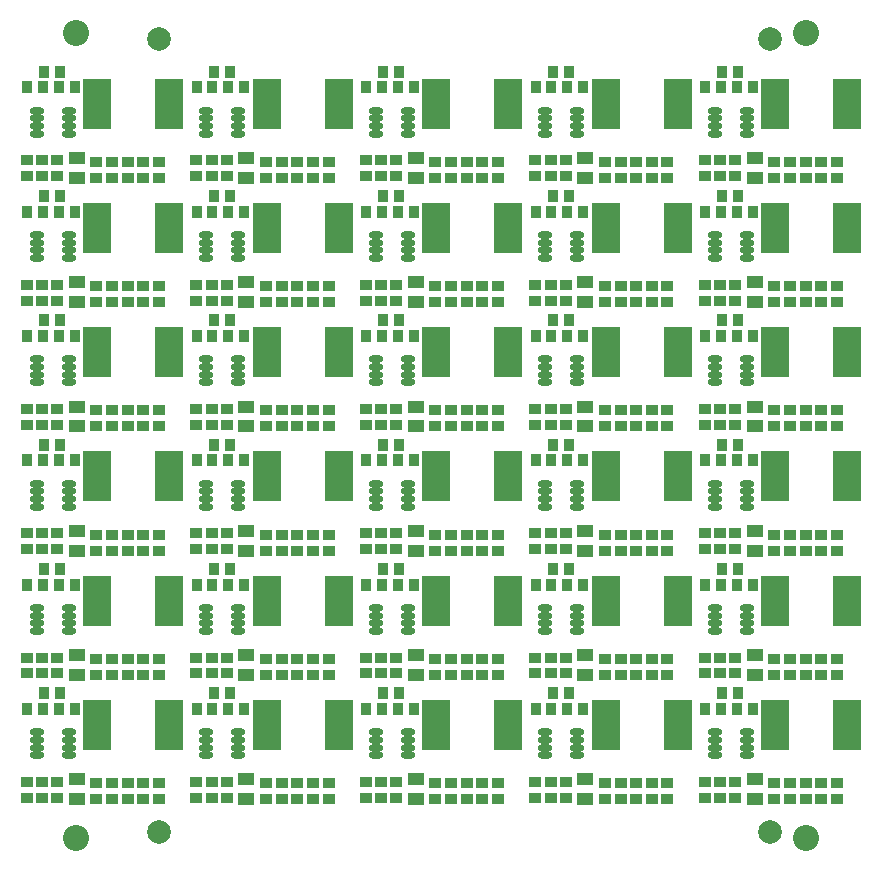
<source format=gts>
G04*
G04 #@! TF.GenerationSoftware,Altium Limited,Altium Designer,23.5.1 (21)*
G04*
G04 Layer_Color=8388736*
%FSTAX25Y25*%
%MOIN*%
G70*
G04*
G04 #@! TF.SameCoordinates,755BC27C-C67A-4D62-9883-C884FE973DC9*
G04*
G04*
G04 #@! TF.FilePolarity,Negative*
G04*
G01*
G75*
%ADD45C,0.07874*%
%ADD46O,0.04737X0.02375*%
%ADD47R,0.05800X0.04300*%
%ADD48R,0.09461X0.16548*%
%ADD49R,0.03950X0.03753*%
%ADD50R,0.03753X0.03950*%
%ADD51C,0.08674*%
D45*
X0250985Y0276173D02*
D03*
X0047244D02*
D03*
X0250985Y0011811D02*
D03*
X0047244D02*
D03*
D46*
X0006536Y0045149D02*
D03*
Y004259D02*
D03*
Y0040031D02*
D03*
Y0037471D02*
D03*
X0017165Y0045149D02*
D03*
Y004259D02*
D03*
Y0040031D02*
D03*
Y0037471D02*
D03*
X0063032Y0045149D02*
D03*
Y004259D02*
D03*
Y0040031D02*
D03*
Y0037471D02*
D03*
X0073662Y0045149D02*
D03*
Y004259D02*
D03*
Y0040031D02*
D03*
Y0037471D02*
D03*
X0119528Y0045149D02*
D03*
Y004259D02*
D03*
Y0040031D02*
D03*
Y0037471D02*
D03*
X0130158Y0045149D02*
D03*
Y004259D02*
D03*
Y0040031D02*
D03*
Y0037471D02*
D03*
X0176024Y0045149D02*
D03*
Y004259D02*
D03*
Y0040031D02*
D03*
Y0037471D02*
D03*
X0186654Y0045149D02*
D03*
Y004259D02*
D03*
Y0040031D02*
D03*
Y0037471D02*
D03*
X023252Y0045149D02*
D03*
Y004259D02*
D03*
Y0040031D02*
D03*
Y0037471D02*
D03*
X024315Y0045149D02*
D03*
Y004259D02*
D03*
Y0040031D02*
D03*
Y0037471D02*
D03*
X0006536Y0086584D02*
D03*
Y0084025D02*
D03*
Y0081466D02*
D03*
Y0078907D02*
D03*
X0017165Y0086584D02*
D03*
Y0084025D02*
D03*
Y0081466D02*
D03*
Y0078907D02*
D03*
X0063032Y0086584D02*
D03*
Y0084025D02*
D03*
Y0081466D02*
D03*
Y0078907D02*
D03*
X0073662Y0086584D02*
D03*
Y0084025D02*
D03*
Y0081466D02*
D03*
Y0078907D02*
D03*
X0119528Y0086584D02*
D03*
Y0084025D02*
D03*
Y0081466D02*
D03*
Y0078907D02*
D03*
X0130158Y0086584D02*
D03*
Y0084025D02*
D03*
Y0081466D02*
D03*
Y0078907D02*
D03*
X0176024Y0086584D02*
D03*
Y0084025D02*
D03*
Y0081466D02*
D03*
Y0078907D02*
D03*
X0186654Y0086584D02*
D03*
Y0084025D02*
D03*
Y0081466D02*
D03*
Y0078907D02*
D03*
X023252Y0086584D02*
D03*
Y0084025D02*
D03*
Y0081466D02*
D03*
Y0078907D02*
D03*
X024315Y0086584D02*
D03*
Y0084025D02*
D03*
Y0081466D02*
D03*
Y0078907D02*
D03*
X0006536Y012802D02*
D03*
Y0125461D02*
D03*
Y0122902D02*
D03*
Y0120343D02*
D03*
X0017165Y012802D02*
D03*
Y0125461D02*
D03*
Y0122902D02*
D03*
Y0120343D02*
D03*
X0063032Y012802D02*
D03*
Y0125461D02*
D03*
Y0122902D02*
D03*
Y0120343D02*
D03*
X0073662Y012802D02*
D03*
Y0125461D02*
D03*
Y0122902D02*
D03*
Y0120343D02*
D03*
X0119528Y012802D02*
D03*
Y0125461D02*
D03*
Y0122902D02*
D03*
Y0120343D02*
D03*
X0130158Y012802D02*
D03*
Y0125461D02*
D03*
Y0122902D02*
D03*
Y0120343D02*
D03*
X0176024Y012802D02*
D03*
Y0125461D02*
D03*
Y0122902D02*
D03*
Y0120343D02*
D03*
X0186654Y012802D02*
D03*
Y0125461D02*
D03*
Y0122902D02*
D03*
Y0120343D02*
D03*
X023252Y012802D02*
D03*
Y0125461D02*
D03*
Y0122902D02*
D03*
Y0120343D02*
D03*
X024315Y012802D02*
D03*
Y0125461D02*
D03*
Y0122902D02*
D03*
Y0120343D02*
D03*
X0006536Y0169456D02*
D03*
Y0166897D02*
D03*
Y0164338D02*
D03*
Y0161779D02*
D03*
X0017165Y0169456D02*
D03*
Y0166897D02*
D03*
Y0164338D02*
D03*
Y0161779D02*
D03*
X0063032Y0169456D02*
D03*
Y0166897D02*
D03*
Y0164338D02*
D03*
Y0161779D02*
D03*
X0073662Y0169456D02*
D03*
Y0166897D02*
D03*
Y0164338D02*
D03*
Y0161779D02*
D03*
X0119528Y0169456D02*
D03*
Y0166897D02*
D03*
Y0164338D02*
D03*
Y0161779D02*
D03*
X0130158Y0169456D02*
D03*
Y0166897D02*
D03*
Y0164338D02*
D03*
Y0161779D02*
D03*
X0176024Y0169456D02*
D03*
Y0166897D02*
D03*
Y0164338D02*
D03*
Y0161779D02*
D03*
X0186654Y0169456D02*
D03*
Y0166897D02*
D03*
Y0164338D02*
D03*
Y0161779D02*
D03*
X023252Y0169456D02*
D03*
Y0166897D02*
D03*
Y0164338D02*
D03*
Y0161779D02*
D03*
X024315Y0169456D02*
D03*
Y0166897D02*
D03*
Y0164338D02*
D03*
Y0161779D02*
D03*
X0006536Y0210892D02*
D03*
Y0208332D02*
D03*
Y0205773D02*
D03*
Y0203214D02*
D03*
X0017165Y0210892D02*
D03*
Y0208332D02*
D03*
Y0205773D02*
D03*
Y0203214D02*
D03*
X0063032Y0210892D02*
D03*
Y0208332D02*
D03*
Y0205773D02*
D03*
Y0203214D02*
D03*
X0073662Y0210892D02*
D03*
Y0208332D02*
D03*
Y0205773D02*
D03*
Y0203214D02*
D03*
X0119528Y0210892D02*
D03*
Y0208332D02*
D03*
Y0205773D02*
D03*
Y0203214D02*
D03*
X0130158Y0210892D02*
D03*
Y0208332D02*
D03*
Y0205773D02*
D03*
Y0203214D02*
D03*
X0176024Y0210892D02*
D03*
Y0208332D02*
D03*
Y0205773D02*
D03*
Y0203214D02*
D03*
X0186654Y0210892D02*
D03*
Y0208332D02*
D03*
Y0205773D02*
D03*
Y0203214D02*
D03*
X023252Y0210892D02*
D03*
Y0208332D02*
D03*
Y0205773D02*
D03*
Y0203214D02*
D03*
X024315Y0210892D02*
D03*
Y0208332D02*
D03*
Y0205773D02*
D03*
Y0203214D02*
D03*
X0006536Y0252327D02*
D03*
Y0249768D02*
D03*
Y0247209D02*
D03*
Y024465D02*
D03*
X0017165Y0252327D02*
D03*
Y0249768D02*
D03*
Y0247209D02*
D03*
Y024465D02*
D03*
X0063032Y0252327D02*
D03*
Y0249768D02*
D03*
Y0247209D02*
D03*
Y024465D02*
D03*
X0073662Y0252327D02*
D03*
Y0249768D02*
D03*
Y0247209D02*
D03*
Y024465D02*
D03*
X0119528Y0252327D02*
D03*
Y0249768D02*
D03*
Y0247209D02*
D03*
Y024465D02*
D03*
X0130158Y0252327D02*
D03*
Y0249768D02*
D03*
Y0247209D02*
D03*
Y024465D02*
D03*
X0176024Y0252327D02*
D03*
Y0249768D02*
D03*
Y0247209D02*
D03*
Y024465D02*
D03*
X0186654Y0252327D02*
D03*
Y0249768D02*
D03*
Y0247209D02*
D03*
Y024465D02*
D03*
X023252Y0252327D02*
D03*
Y0249768D02*
D03*
Y0247209D02*
D03*
Y024465D02*
D03*
X024315Y0252327D02*
D03*
Y0249768D02*
D03*
Y0247209D02*
D03*
Y024465D02*
D03*
D47*
X0019882Y0022794D02*
D03*
Y0029432D02*
D03*
X0076378Y0022794D02*
D03*
Y0029432D02*
D03*
X0132874Y0022794D02*
D03*
Y0029432D02*
D03*
X018937Y0022794D02*
D03*
Y0029432D02*
D03*
X0245866Y0022794D02*
D03*
Y0029432D02*
D03*
X0019882Y006423D02*
D03*
Y0070868D02*
D03*
X0076378Y006423D02*
D03*
Y0070868D02*
D03*
X0132874Y006423D02*
D03*
Y0070868D02*
D03*
X018937Y006423D02*
D03*
Y0070868D02*
D03*
X0245866Y006423D02*
D03*
Y0070868D02*
D03*
X0019882Y0105666D02*
D03*
Y0112303D02*
D03*
X0076378Y0105666D02*
D03*
Y0112303D02*
D03*
X0132874Y0105666D02*
D03*
Y0112303D02*
D03*
X018937Y0105666D02*
D03*
Y0112303D02*
D03*
X0245866Y0105666D02*
D03*
Y0112303D02*
D03*
X0019882Y0147101D02*
D03*
Y0153739D02*
D03*
X0076378Y0147101D02*
D03*
Y0153739D02*
D03*
X0132874Y0147101D02*
D03*
Y0153739D02*
D03*
X018937Y0147101D02*
D03*
Y0153739D02*
D03*
X0245866Y0147101D02*
D03*
Y0153739D02*
D03*
X0019882Y0188537D02*
D03*
Y0195175D02*
D03*
X0076378Y0188537D02*
D03*
Y0195175D02*
D03*
X0132874Y0188537D02*
D03*
Y0195175D02*
D03*
X018937Y0188537D02*
D03*
Y0195175D02*
D03*
X0245866Y0188537D02*
D03*
Y0195175D02*
D03*
X0019882Y0229973D02*
D03*
Y0236611D02*
D03*
X0076378Y0229973D02*
D03*
Y0236611D02*
D03*
X0132874Y0229973D02*
D03*
Y0236611D02*
D03*
X018937Y0229973D02*
D03*
Y0236611D02*
D03*
X0245866Y0229973D02*
D03*
Y0236611D02*
D03*
D48*
X0026673Y004755D02*
D03*
X0050687D02*
D03*
X0083169D02*
D03*
X0107183D02*
D03*
X0139666D02*
D03*
X0163679D02*
D03*
X0196162D02*
D03*
X0220175D02*
D03*
X0252658D02*
D03*
X0276671D02*
D03*
X0026673Y0088986D02*
D03*
X0050687D02*
D03*
X0083169D02*
D03*
X0107183D02*
D03*
X0139666D02*
D03*
X0163679D02*
D03*
X0196162D02*
D03*
X0220175D02*
D03*
X0252658D02*
D03*
X0276671D02*
D03*
X0026673Y0130422D02*
D03*
X0050687D02*
D03*
X0083169D02*
D03*
X0107183D02*
D03*
X0139666D02*
D03*
X0163679D02*
D03*
X0196162D02*
D03*
X0220175D02*
D03*
X0252658D02*
D03*
X0276671D02*
D03*
X0026673Y0171857D02*
D03*
X0050687D02*
D03*
X0083169D02*
D03*
X0107183D02*
D03*
X0139666D02*
D03*
X0163679D02*
D03*
X0196162D02*
D03*
X0220175D02*
D03*
X0252658D02*
D03*
X0276671D02*
D03*
X0026673Y0213293D02*
D03*
X0050687D02*
D03*
X0083169D02*
D03*
X0107183D02*
D03*
X0139666D02*
D03*
X0163679D02*
D03*
X0196162D02*
D03*
X0220175D02*
D03*
X0252658D02*
D03*
X0276671D02*
D03*
X0026673Y0254729D02*
D03*
X0050687D02*
D03*
X0083169D02*
D03*
X0107183D02*
D03*
X0139666D02*
D03*
X0163679D02*
D03*
X0196162D02*
D03*
X0220175D02*
D03*
X0252658D02*
D03*
X0276671D02*
D03*
D49*
X0041978Y002816D02*
D03*
X0041978Y0022845D02*
D03*
X0008268Y0023313D02*
D03*
X0008268Y0028628D02*
D03*
X0031674Y0022794D02*
D03*
X0031674Y0028109D02*
D03*
X0013287Y0023313D02*
D03*
X0013287Y0028628D02*
D03*
X0036792Y0022794D02*
D03*
X0036792Y0028109D02*
D03*
X0047244Y0022845D02*
D03*
X0047244Y002816D02*
D03*
X0026319Y0022794D02*
D03*
X0026319Y0028109D02*
D03*
X0003217Y0028628D02*
D03*
X0003217Y0023313D02*
D03*
X0098475Y002816D02*
D03*
X0098475Y0022845D02*
D03*
X0064764Y0023313D02*
D03*
X0064764Y0028628D02*
D03*
X008817Y0022794D02*
D03*
X008817Y0028109D02*
D03*
X0069784Y0023313D02*
D03*
X0069784Y0028628D02*
D03*
X0093288Y0022794D02*
D03*
X0093288Y0028109D02*
D03*
X010374Y0022845D02*
D03*
X010374Y002816D02*
D03*
X0082815Y0022794D02*
D03*
X0082815Y0028109D02*
D03*
X0059714Y0028628D02*
D03*
X0059714Y0023313D02*
D03*
X0154971Y002816D02*
D03*
X0154971Y0022845D02*
D03*
X012126Y0023313D02*
D03*
X012126Y0028628D02*
D03*
X0144666Y0022794D02*
D03*
X0144666Y0028109D02*
D03*
X012628Y0023313D02*
D03*
X012628Y0028628D02*
D03*
X0149784Y0022794D02*
D03*
X0149784Y0028109D02*
D03*
X0160237Y0022845D02*
D03*
X0160237Y002816D02*
D03*
X0139311Y0022794D02*
D03*
X0139311Y0028109D02*
D03*
X011621Y0028628D02*
D03*
X011621Y0023313D02*
D03*
X0211467Y002816D02*
D03*
X0211467Y0022845D02*
D03*
X0177756Y0023313D02*
D03*
X0177756Y0028628D02*
D03*
X0201162Y0022794D02*
D03*
X0201162Y0028109D02*
D03*
X0182776Y0023313D02*
D03*
X0182776Y0028628D02*
D03*
X0206281Y0022794D02*
D03*
X0206281Y0028109D02*
D03*
X0216733Y0022845D02*
D03*
X0216733Y002816D02*
D03*
X0195807Y0022794D02*
D03*
X0195807Y0028109D02*
D03*
X0172706Y0028628D02*
D03*
X0172706Y0023313D02*
D03*
X0267963Y002816D02*
D03*
X0267963Y0022845D02*
D03*
X0234252Y0023313D02*
D03*
X0234252Y0028628D02*
D03*
X0257659Y0022794D02*
D03*
X0257659Y0028109D02*
D03*
X0239272Y0023313D02*
D03*
X0239272Y0028628D02*
D03*
X0262777Y0022794D02*
D03*
X0262777Y0028109D02*
D03*
X0273229Y0022845D02*
D03*
X0273229Y002816D02*
D03*
X0252304Y0022794D02*
D03*
X0252304Y0028109D02*
D03*
X0229202Y0028628D02*
D03*
X0229202Y0023313D02*
D03*
X0041978Y0069596D02*
D03*
X0041978Y0064281D02*
D03*
X0008268Y0064749D02*
D03*
X0008268Y0070064D02*
D03*
X0031674Y006423D02*
D03*
X0031674Y0069545D02*
D03*
X0013287Y0064749D02*
D03*
X0013287Y0070064D02*
D03*
X0036792Y006423D02*
D03*
X0036792Y0069545D02*
D03*
X0047244Y0064281D02*
D03*
X0047244Y0069596D02*
D03*
X0026319Y006423D02*
D03*
X0026319Y0069545D02*
D03*
X0003217Y0070064D02*
D03*
X0003217Y0064749D02*
D03*
X0098475Y0069596D02*
D03*
X0098475Y0064281D02*
D03*
X0064764Y0064749D02*
D03*
X0064764Y0070064D02*
D03*
X008817Y006423D02*
D03*
X008817Y0069545D02*
D03*
X0069784Y0064749D02*
D03*
X0069784Y0070064D02*
D03*
X0093288Y006423D02*
D03*
X0093288Y0069545D02*
D03*
X010374Y0064281D02*
D03*
X010374Y0069596D02*
D03*
X0082815Y006423D02*
D03*
X0082815Y0069545D02*
D03*
X0059714Y0070064D02*
D03*
X0059714Y0064749D02*
D03*
X0154971Y0069596D02*
D03*
X0154971Y0064281D02*
D03*
X012126Y0064749D02*
D03*
X012126Y0070064D02*
D03*
X0144666Y006423D02*
D03*
X0144666Y0069545D02*
D03*
X012628Y0064749D02*
D03*
X012628Y0070064D02*
D03*
X0149784Y006423D02*
D03*
X0149784Y0069545D02*
D03*
X0160237Y0064281D02*
D03*
X0160237Y0069596D02*
D03*
X0139311Y006423D02*
D03*
X0139311Y0069545D02*
D03*
X011621Y0070064D02*
D03*
X011621Y0064749D02*
D03*
X0211467Y0069596D02*
D03*
X0211467Y0064281D02*
D03*
X0177756Y0064749D02*
D03*
X0177756Y0070064D02*
D03*
X0201162Y006423D02*
D03*
X0201162Y0069545D02*
D03*
X0182776Y0064749D02*
D03*
X0182776Y0070064D02*
D03*
X0206281Y006423D02*
D03*
X0206281Y0069545D02*
D03*
X0216733Y0064281D02*
D03*
X0216733Y0069596D02*
D03*
X0195807Y006423D02*
D03*
X0195807Y0069545D02*
D03*
X0172706Y0070064D02*
D03*
X0172706Y0064749D02*
D03*
X0267963Y0069596D02*
D03*
X0267963Y0064281D02*
D03*
X0234252Y0064749D02*
D03*
X0234252Y0070064D02*
D03*
X0257659Y006423D02*
D03*
X0257659Y0069545D02*
D03*
X0239272Y0064749D02*
D03*
X0239272Y0070064D02*
D03*
X0262777Y006423D02*
D03*
X0262777Y0069545D02*
D03*
X0273229Y0064281D02*
D03*
X0273229Y0069596D02*
D03*
X0252304Y006423D02*
D03*
X0252304Y0069545D02*
D03*
X0229202Y0070064D02*
D03*
X0229202Y0064749D02*
D03*
X0041978Y0111032D02*
D03*
X0041978Y0105717D02*
D03*
X0008268Y0106185D02*
D03*
X0008268Y01115D02*
D03*
X0031674Y0105666D02*
D03*
X0031674Y0110981D02*
D03*
X0013287Y0106185D02*
D03*
X0013287Y01115D02*
D03*
X0036792Y0105666D02*
D03*
X0036792Y0110981D02*
D03*
X0047244Y0105717D02*
D03*
X0047244Y0111032D02*
D03*
X0026319Y0105666D02*
D03*
X0026319Y0110981D02*
D03*
X0003217Y01115D02*
D03*
X0003217Y0106185D02*
D03*
X0098475Y0111032D02*
D03*
X0098475Y0105717D02*
D03*
X0064764Y0106185D02*
D03*
X0064764Y01115D02*
D03*
X008817Y0105666D02*
D03*
X008817Y0110981D02*
D03*
X0069784Y0106185D02*
D03*
X0069784Y01115D02*
D03*
X0093288Y0105666D02*
D03*
X0093288Y0110981D02*
D03*
X010374Y0105717D02*
D03*
X010374Y0111032D02*
D03*
X0082815Y0105666D02*
D03*
X0082815Y0110981D02*
D03*
X0059714Y01115D02*
D03*
X0059714Y0106185D02*
D03*
X0154971Y0111032D02*
D03*
X0154971Y0105717D02*
D03*
X012126Y0106185D02*
D03*
X012126Y01115D02*
D03*
X0144666Y0105666D02*
D03*
X0144666Y0110981D02*
D03*
X012628Y0106185D02*
D03*
X012628Y01115D02*
D03*
X0149784Y0105666D02*
D03*
X0149784Y0110981D02*
D03*
X0160237Y0105717D02*
D03*
X0160237Y0111032D02*
D03*
X0139311Y0105666D02*
D03*
X0139311Y0110981D02*
D03*
X011621Y01115D02*
D03*
X011621Y0106185D02*
D03*
X0211467Y0111032D02*
D03*
X0211467Y0105717D02*
D03*
X0177756Y0106185D02*
D03*
X0177756Y01115D02*
D03*
X0201162Y0105666D02*
D03*
X0201162Y0110981D02*
D03*
X0182776Y0106185D02*
D03*
X0182776Y01115D02*
D03*
X0206281Y0105666D02*
D03*
X0206281Y0110981D02*
D03*
X0216733Y0105717D02*
D03*
X0216733Y0111032D02*
D03*
X0195807Y0105666D02*
D03*
X0195807Y0110981D02*
D03*
X0172706Y01115D02*
D03*
X0172706Y0106185D02*
D03*
X0267963Y0111032D02*
D03*
X0267963Y0105717D02*
D03*
X0234252Y0106185D02*
D03*
X0234252Y01115D02*
D03*
X0257659Y0105666D02*
D03*
X0257659Y0110981D02*
D03*
X0239272Y0106185D02*
D03*
X0239272Y01115D02*
D03*
X0262777Y0105666D02*
D03*
X0262777Y0110981D02*
D03*
X0273229Y0105717D02*
D03*
X0273229Y0111032D02*
D03*
X0252304Y0105666D02*
D03*
X0252304Y0110981D02*
D03*
X0229202Y01115D02*
D03*
X0229202Y0106185D02*
D03*
X0041978Y0152468D02*
D03*
X0041978Y0147152D02*
D03*
X0008268Y0147621D02*
D03*
X0008268Y0152936D02*
D03*
X0031674Y0147101D02*
D03*
X0031674Y0152416D02*
D03*
X0013287Y0147621D02*
D03*
X0013287Y0152936D02*
D03*
X0036792Y0147101D02*
D03*
X0036792Y0152416D02*
D03*
X0047244Y0147152D02*
D03*
X0047244Y0152468D02*
D03*
X0026319Y0147101D02*
D03*
X0026319Y0152416D02*
D03*
X0003217Y0152936D02*
D03*
X0003217Y0147621D02*
D03*
X0098475Y0152468D02*
D03*
X0098475Y0147152D02*
D03*
X0064764Y0147621D02*
D03*
X0064764Y0152936D02*
D03*
X008817Y0147101D02*
D03*
X008817Y0152416D02*
D03*
X0069784Y0147621D02*
D03*
X0069784Y0152936D02*
D03*
X0093288Y0147101D02*
D03*
X0093288Y0152416D02*
D03*
X010374Y0147152D02*
D03*
X010374Y0152468D02*
D03*
X0082815Y0147101D02*
D03*
X0082815Y0152416D02*
D03*
X0059714Y0152936D02*
D03*
X0059714Y0147621D02*
D03*
X0154971Y0152468D02*
D03*
X0154971Y0147152D02*
D03*
X012126Y0147621D02*
D03*
X012126Y0152936D02*
D03*
X0144666Y0147101D02*
D03*
X0144666Y0152416D02*
D03*
X012628Y0147621D02*
D03*
X012628Y0152936D02*
D03*
X0149784Y0147101D02*
D03*
X0149784Y0152416D02*
D03*
X0160237Y0147152D02*
D03*
X0160237Y0152468D02*
D03*
X0139311Y0147101D02*
D03*
X0139311Y0152416D02*
D03*
X011621Y0152936D02*
D03*
X011621Y0147621D02*
D03*
X0211467Y0152468D02*
D03*
X0211467Y0147152D02*
D03*
X0177756Y0147621D02*
D03*
X0177756Y0152936D02*
D03*
X0201162Y0147101D02*
D03*
X0201162Y0152416D02*
D03*
X0182776Y0147621D02*
D03*
X0182776Y0152936D02*
D03*
X0206281Y0147101D02*
D03*
X0206281Y0152416D02*
D03*
X0216733Y0147152D02*
D03*
X0216733Y0152468D02*
D03*
X0195807Y0147101D02*
D03*
X0195807Y0152416D02*
D03*
X0172706Y0152936D02*
D03*
X0172706Y0147621D02*
D03*
X0267963Y0152468D02*
D03*
X0267963Y0147152D02*
D03*
X0234252Y0147621D02*
D03*
X0234252Y0152936D02*
D03*
X0257659Y0147101D02*
D03*
X0257659Y0152416D02*
D03*
X0239272Y0147621D02*
D03*
X0239272Y0152936D02*
D03*
X0262777Y0147101D02*
D03*
X0262777Y0152416D02*
D03*
X0273229Y0147152D02*
D03*
X0273229Y0152468D02*
D03*
X0252304Y0147101D02*
D03*
X0252304Y0152416D02*
D03*
X0229202Y0152936D02*
D03*
X0229202Y0147621D02*
D03*
X0041978Y0193903D02*
D03*
X0041978Y0188588D02*
D03*
X0008268Y0189056D02*
D03*
X0008268Y0194371D02*
D03*
X0031674Y0188537D02*
D03*
X0031674Y0193852D02*
D03*
X0013287Y0189056D02*
D03*
X0013287Y0194371D02*
D03*
X0036792Y0188537D02*
D03*
X0036792Y0193852D02*
D03*
X0047244Y0188588D02*
D03*
X0047244Y0193903D02*
D03*
X0026319Y0188537D02*
D03*
X0026319Y0193852D02*
D03*
X0003217Y0194371D02*
D03*
X0003217Y0189056D02*
D03*
X0098475Y0193903D02*
D03*
X0098475Y0188588D02*
D03*
X0064764Y0189056D02*
D03*
X0064764Y0194371D02*
D03*
X008817Y0188537D02*
D03*
X008817Y0193852D02*
D03*
X0069784Y0189056D02*
D03*
X0069784Y0194371D02*
D03*
X0093288Y0188537D02*
D03*
X0093288Y0193852D02*
D03*
X010374Y0188588D02*
D03*
X010374Y0193903D02*
D03*
X0082815Y0188537D02*
D03*
X0082815Y0193852D02*
D03*
X0059714Y0194371D02*
D03*
X0059714Y0189056D02*
D03*
X0154971Y0193903D02*
D03*
X0154971Y0188588D02*
D03*
X012126Y0189056D02*
D03*
X012126Y0194371D02*
D03*
X0144666Y0188537D02*
D03*
X0144666Y0193852D02*
D03*
X012628Y0189056D02*
D03*
X012628Y0194371D02*
D03*
X0149784Y0188537D02*
D03*
X0149784Y0193852D02*
D03*
X0160237Y0188588D02*
D03*
X0160237Y0193903D02*
D03*
X0139311Y0188537D02*
D03*
X0139311Y0193852D02*
D03*
X011621Y0194371D02*
D03*
X011621Y0189056D02*
D03*
X0211467Y0193903D02*
D03*
X0211467Y0188588D02*
D03*
X0177756Y0189056D02*
D03*
X0177756Y0194371D02*
D03*
X0201162Y0188537D02*
D03*
X0201162Y0193852D02*
D03*
X0182776Y0189056D02*
D03*
X0182776Y0194371D02*
D03*
X0206281Y0188537D02*
D03*
X0206281Y0193852D02*
D03*
X0216733Y0188588D02*
D03*
X0216733Y0193903D02*
D03*
X0195807Y0188537D02*
D03*
X0195807Y0193852D02*
D03*
X0172706Y0194371D02*
D03*
X0172706Y0189056D02*
D03*
X0267963Y0193903D02*
D03*
X0267963Y0188588D02*
D03*
X0234252Y0189056D02*
D03*
X0234252Y0194371D02*
D03*
X0257659Y0188537D02*
D03*
X0257659Y0193852D02*
D03*
X0239272Y0189056D02*
D03*
X0239272Y0194371D02*
D03*
X0262777Y0188537D02*
D03*
X0262777Y0193852D02*
D03*
X0273229Y0188588D02*
D03*
X0273229Y0193903D02*
D03*
X0252304Y0188537D02*
D03*
X0252304Y0193852D02*
D03*
X0229202Y0194371D02*
D03*
X0229202Y0189056D02*
D03*
X0041978Y0235339D02*
D03*
X0041978Y0230024D02*
D03*
X0008268Y0230492D02*
D03*
X0008268Y0235807D02*
D03*
X0031674Y0229973D02*
D03*
X0031674Y0235288D02*
D03*
X0013287Y0230492D02*
D03*
X0013287Y0235807D02*
D03*
X0036792Y0229973D02*
D03*
X0036792Y0235288D02*
D03*
X0047244Y0230024D02*
D03*
X0047244Y0235339D02*
D03*
X0026319Y0229973D02*
D03*
X0026319Y0235288D02*
D03*
X0003217Y0235807D02*
D03*
X0003217Y0230492D02*
D03*
X0098475Y0235339D02*
D03*
X0098475Y0230024D02*
D03*
X0064764Y0230492D02*
D03*
X0064764Y0235807D02*
D03*
X008817Y0229973D02*
D03*
X008817Y0235288D02*
D03*
X0069784Y0230492D02*
D03*
X0069784Y0235807D02*
D03*
X0093288Y0229973D02*
D03*
X0093288Y0235288D02*
D03*
X010374Y0230024D02*
D03*
X010374Y0235339D02*
D03*
X0082815Y0229973D02*
D03*
X0082815Y0235288D02*
D03*
X0059714Y0235807D02*
D03*
X0059714Y0230492D02*
D03*
X0154971Y0235339D02*
D03*
X0154971Y0230024D02*
D03*
X012126Y0230492D02*
D03*
X012126Y0235807D02*
D03*
X0144666Y0229973D02*
D03*
X0144666Y0235288D02*
D03*
X012628Y0230492D02*
D03*
X012628Y0235807D02*
D03*
X0149784Y0229973D02*
D03*
X0149784Y0235288D02*
D03*
X0160237Y0230024D02*
D03*
X0160237Y0235339D02*
D03*
X0139311Y0229973D02*
D03*
X0139311Y0235288D02*
D03*
X011621Y0235807D02*
D03*
X011621Y0230492D02*
D03*
X0211467Y0235339D02*
D03*
X0211467Y0230024D02*
D03*
X0177756Y0230492D02*
D03*
X0177756Y0235807D02*
D03*
X0201162Y0229973D02*
D03*
X0201162Y0235288D02*
D03*
X0182776Y0230492D02*
D03*
X0182776Y0235807D02*
D03*
X0206281Y0229973D02*
D03*
X0206281Y0235288D02*
D03*
X0216733Y0230024D02*
D03*
X0216733Y0235339D02*
D03*
X0195807Y0229973D02*
D03*
X0195807Y0235288D02*
D03*
X0172706Y0235807D02*
D03*
X0172706Y0230492D02*
D03*
X0267963Y0235339D02*
D03*
X0267963Y0230024D02*
D03*
X0234252Y0230492D02*
D03*
X0234252Y0235807D02*
D03*
X0257659Y0229973D02*
D03*
X0257659Y0235288D02*
D03*
X0239272Y0230492D02*
D03*
X0239272Y0235807D02*
D03*
X0262777Y0229973D02*
D03*
X0262777Y0235288D02*
D03*
X0273229Y0230024D02*
D03*
X0273229Y0235339D02*
D03*
X0252304Y0229973D02*
D03*
X0252304Y0235288D02*
D03*
X0229202Y0235807D02*
D03*
X0229202Y0230492D02*
D03*
D50*
X001437Y005818D02*
D03*
X0009055Y005818D02*
D03*
X0003248Y0052964D02*
D03*
X0008563Y0052964D02*
D03*
X001378Y0052964D02*
D03*
X0019094Y0052964D02*
D03*
X0070866Y005818D02*
D03*
X0065551Y005818D02*
D03*
X0059744Y0052964D02*
D03*
X0065059Y0052964D02*
D03*
X0070276Y0052964D02*
D03*
X0075591Y0052964D02*
D03*
X0127362Y005818D02*
D03*
X0122047Y005818D02*
D03*
X011624Y0052964D02*
D03*
X0121555Y0052964D02*
D03*
X0126772Y0052964D02*
D03*
X0132087Y0052964D02*
D03*
X0183859Y005818D02*
D03*
X0178544Y005818D02*
D03*
X0172737Y0052964D02*
D03*
X0178051Y0052964D02*
D03*
X0183268Y0052964D02*
D03*
X0188583Y0052964D02*
D03*
X0240355Y005818D02*
D03*
X023504Y005818D02*
D03*
X0229233Y0052964D02*
D03*
X0234548Y0052964D02*
D03*
X0239764Y0052964D02*
D03*
X0245079Y0052964D02*
D03*
X001437Y0099616D02*
D03*
X0009055Y0099616D02*
D03*
X0003248Y0094399D02*
D03*
X0008563Y0094399D02*
D03*
X001378Y0094399D02*
D03*
X0019094Y0094399D02*
D03*
X0070866Y0099616D02*
D03*
X0065551Y0099616D02*
D03*
X0059744Y0094399D02*
D03*
X0065059Y0094399D02*
D03*
X0070276Y0094399D02*
D03*
X0075591Y0094399D02*
D03*
X0127362Y0099616D02*
D03*
X0122047Y0099616D02*
D03*
X011624Y0094399D02*
D03*
X0121555Y0094399D02*
D03*
X0126772Y0094399D02*
D03*
X0132087Y0094399D02*
D03*
X0183859Y0099616D02*
D03*
X0178544Y0099616D02*
D03*
X0172737Y0094399D02*
D03*
X0178051Y0094399D02*
D03*
X0183268Y0094399D02*
D03*
X0188583Y0094399D02*
D03*
X0240355Y0099616D02*
D03*
X023504Y0099616D02*
D03*
X0229233Y0094399D02*
D03*
X0234548Y0094399D02*
D03*
X0239764Y0094399D02*
D03*
X0245079Y0094399D02*
D03*
X001437Y0141051D02*
D03*
X0009055Y0141051D02*
D03*
X0003248Y0135835D02*
D03*
X0008563Y0135835D02*
D03*
X001378Y0135835D02*
D03*
X0019094Y0135835D02*
D03*
X0070866Y0141051D02*
D03*
X0065551Y0141051D02*
D03*
X0059744Y0135835D02*
D03*
X0065059Y0135835D02*
D03*
X0070276Y0135835D02*
D03*
X0075591Y0135835D02*
D03*
X0127362Y0141051D02*
D03*
X0122047Y0141051D02*
D03*
X011624Y0135835D02*
D03*
X0121555Y0135835D02*
D03*
X0126772Y0135835D02*
D03*
X0132087Y0135835D02*
D03*
X0183859Y0141051D02*
D03*
X0178544Y0141051D02*
D03*
X0172737Y0135835D02*
D03*
X0178051Y0135835D02*
D03*
X0183268Y0135835D02*
D03*
X0188583Y0135835D02*
D03*
X0240355Y0141051D02*
D03*
X023504Y0141051D02*
D03*
X0229233Y0135835D02*
D03*
X0234548Y0135835D02*
D03*
X0239764Y0135835D02*
D03*
X0245079Y0135835D02*
D03*
X001437Y0182487D02*
D03*
X0009055Y0182487D02*
D03*
X0003248Y0177271D02*
D03*
X0008563Y0177271D02*
D03*
X001378Y0177271D02*
D03*
X0019094Y0177271D02*
D03*
X0070866Y0182487D02*
D03*
X0065551Y0182487D02*
D03*
X0059744Y0177271D02*
D03*
X0065059Y0177271D02*
D03*
X0070276Y0177271D02*
D03*
X0075591Y0177271D02*
D03*
X0127362Y0182487D02*
D03*
X0122047Y0182487D02*
D03*
X011624Y0177271D02*
D03*
X0121555Y0177271D02*
D03*
X0126772Y0177271D02*
D03*
X0132087Y0177271D02*
D03*
X0183859Y0182487D02*
D03*
X0178544Y0182487D02*
D03*
X0172737Y0177271D02*
D03*
X0178051Y0177271D02*
D03*
X0183268Y0177271D02*
D03*
X0188583Y0177271D02*
D03*
X0240355Y0182487D02*
D03*
X023504Y0182487D02*
D03*
X0229233Y0177271D02*
D03*
X0234548Y0177271D02*
D03*
X0239764Y0177271D02*
D03*
X0245079Y0177271D02*
D03*
X001437Y0223923D02*
D03*
X0009055Y0223923D02*
D03*
X0003248Y0218706D02*
D03*
X0008563Y0218706D02*
D03*
X001378Y0218706D02*
D03*
X0019094Y0218706D02*
D03*
X0070866Y0223923D02*
D03*
X0065551Y0223923D02*
D03*
X0059744Y0218706D02*
D03*
X0065059Y0218706D02*
D03*
X0070276Y0218706D02*
D03*
X0075591Y0218706D02*
D03*
X0127362Y0223923D02*
D03*
X0122047Y0223923D02*
D03*
X011624Y0218706D02*
D03*
X0121555Y0218706D02*
D03*
X0126772Y0218706D02*
D03*
X0132087Y0218706D02*
D03*
X0183859Y0223923D02*
D03*
X0178544Y0223923D02*
D03*
X0172737Y0218706D02*
D03*
X0178051Y0218706D02*
D03*
X0183268Y0218706D02*
D03*
X0188583Y0218706D02*
D03*
X0240355Y0223923D02*
D03*
X023504Y0223923D02*
D03*
X0229233Y0218706D02*
D03*
X0234548Y0218706D02*
D03*
X0239764Y0218706D02*
D03*
X0245079Y0218706D02*
D03*
X001437Y0265359D02*
D03*
X0009055Y0265359D02*
D03*
X0003248Y0260142D02*
D03*
X0008563Y0260142D02*
D03*
X001378Y0260142D02*
D03*
X0019094Y0260142D02*
D03*
X0070866Y0265359D02*
D03*
X0065551Y0265359D02*
D03*
X0059744Y0260142D02*
D03*
X0065059Y0260142D02*
D03*
X0070276Y0260142D02*
D03*
X0075591Y0260142D02*
D03*
X0127362Y0265359D02*
D03*
X0122047Y0265359D02*
D03*
X011624Y0260142D02*
D03*
X0121555Y0260142D02*
D03*
X0126772Y0260142D02*
D03*
X0132087Y0260142D02*
D03*
X0183859Y0265359D02*
D03*
X0178544Y0265359D02*
D03*
X0172737Y0260142D02*
D03*
X0178051Y0260142D02*
D03*
X0183268Y0260142D02*
D03*
X0188583Y0260142D02*
D03*
X0240355Y0265359D02*
D03*
X023504Y0265359D02*
D03*
X0229233Y0260142D02*
D03*
X0234548Y0260142D02*
D03*
X0239764Y0260142D02*
D03*
X0245079Y0260142D02*
D03*
D51*
X0262796Y0278142D02*
D03*
X0019685D02*
D03*
X0262796Y0009843D02*
D03*
X0019685D02*
D03*
M02*

</source>
